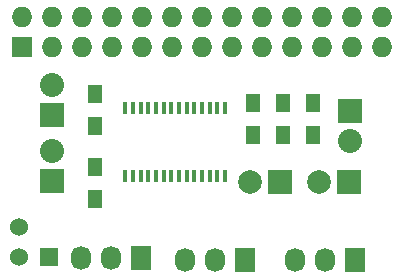
<source format=gts>
G04 #@! TF.FileFunction,Soldermask,Top*
%FSLAX46Y46*%
G04 Gerber Fmt 4.6, Leading zero omitted, Abs format (unit mm)*
G04 Created by KiCad (PCBNEW (after 2015-mar-04 BZR unknown)-product) date 10/24/2015 7:47:12 PM*
%MOMM*%
G01*
G04 APERTURE LIST*
%ADD10C,0.150000*%
%ADD11R,2.032000X2.032000*%
%ADD12O,2.032000X2.032000*%
%ADD13R,1.524000X1.524000*%
%ADD14C,1.524000*%
%ADD15R,1.727200X2.032000*%
%ADD16O,1.727200X2.032000*%
%ADD17R,1.727200X1.727200*%
%ADD18O,1.727200X1.727200*%
%ADD19R,1.300000X1.500000*%
%ADD20R,0.400000X1.100000*%
%ADD21R,2.000000X2.000000*%
%ADD22C,2.000000*%
G04 APERTURE END LIST*
D10*
D11*
X49530000Y-45593000D03*
D12*
X49530000Y-43053000D03*
D13*
X49276000Y-52070000D03*
D14*
X46736000Y-52070000D03*
X46736000Y-49530000D03*
D15*
X57073800Y-52120800D03*
D16*
X54533800Y-52120800D03*
X51993800Y-52120800D03*
D15*
X65887600Y-52349400D03*
D16*
X63347600Y-52349400D03*
X60807600Y-52349400D03*
D15*
X75184000Y-52349400D03*
D16*
X72644000Y-52349400D03*
X70104000Y-52349400D03*
D11*
X74777600Y-39700200D03*
D12*
X74777600Y-42240200D03*
D11*
X49530000Y-40005000D03*
D12*
X49530000Y-37465000D03*
D17*
X46990000Y-34290000D03*
D18*
X46990000Y-31750000D03*
X49530000Y-34290000D03*
X49530000Y-31750000D03*
X52070000Y-34290000D03*
X52070000Y-31750000D03*
X54610000Y-34290000D03*
X54610000Y-31750000D03*
X57150000Y-34290000D03*
X57150000Y-31750000D03*
X59690000Y-34290000D03*
X59690000Y-31750000D03*
X62230000Y-34290000D03*
X62230000Y-31750000D03*
X64770000Y-34290000D03*
X64770000Y-31750000D03*
X67310000Y-34290000D03*
X67310000Y-31750000D03*
X69850000Y-34290000D03*
X69850000Y-31750000D03*
X72390000Y-34290000D03*
X72390000Y-31750000D03*
X74930000Y-34290000D03*
X74930000Y-31750000D03*
X77470000Y-34290000D03*
X77470000Y-31750000D03*
D19*
X53200000Y-44450000D03*
X53200000Y-47150000D03*
X53200000Y-40950000D03*
X53200000Y-38250000D03*
X71628000Y-41736000D03*
X71628000Y-39036000D03*
X69088000Y-39036000D03*
X69088000Y-41736000D03*
X66548000Y-39036000D03*
X66548000Y-41736000D03*
D20*
X55769800Y-45166400D03*
X56419800Y-45166400D03*
X57069800Y-45166400D03*
X57719800Y-45166400D03*
X58369800Y-45166400D03*
X59019800Y-45166400D03*
X59669800Y-45166400D03*
X60319800Y-45166400D03*
X60969800Y-45166400D03*
X61619800Y-45166400D03*
X62269800Y-45166400D03*
X62919800Y-45166400D03*
X63569800Y-45166400D03*
X64219800Y-45166400D03*
X64219800Y-39466400D03*
X63569800Y-39466400D03*
X62919800Y-39466400D03*
X62269800Y-39466400D03*
X61619800Y-39466400D03*
X60969800Y-39466400D03*
X60319800Y-39466400D03*
X59669800Y-39466400D03*
X59019800Y-39466400D03*
X58369800Y-39466400D03*
X57719800Y-39466400D03*
X57069800Y-39466400D03*
X56419800Y-39466400D03*
X55769800Y-39466400D03*
D21*
X74676000Y-45720000D03*
D22*
X72136000Y-45720000D03*
D21*
X68834000Y-45720000D03*
D22*
X66294000Y-45720000D03*
M02*

</source>
